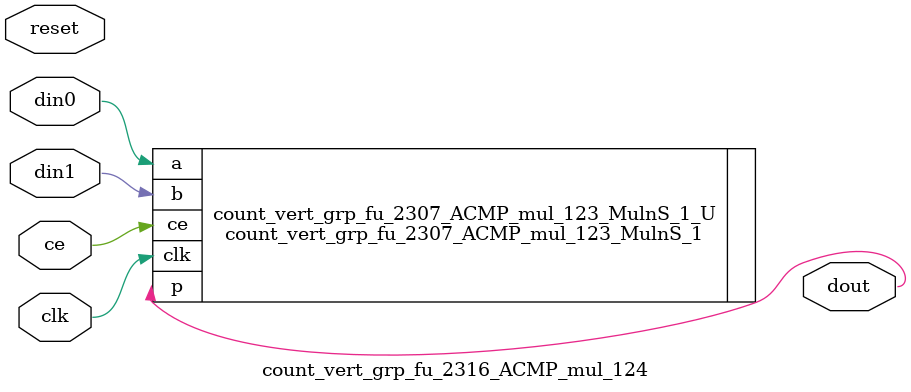
<source format=v>

`timescale 1 ns / 1 ps
module count_vert_grp_fu_2316_ACMP_mul_124(
    clk,
    reset,
    ce,
    din0,
    din1,
    dout);

parameter ID = 32'd1;
parameter NUM_STAGE = 32'd1;
parameter din0_WIDTH = 32'd1;
parameter din1_WIDTH = 32'd1;
parameter dout_WIDTH = 32'd1;
input clk;
input reset;
input ce;
input[din0_WIDTH - 1:0] din0;
input[din1_WIDTH - 1:0] din1;
output[dout_WIDTH - 1:0] dout;



count_vert_grp_fu_2307_ACMP_mul_123_MulnS_1 count_vert_grp_fu_2307_ACMP_mul_123_MulnS_1_U(
    .clk( clk ),
    .ce( ce ),
    .a( din0 ),
    .b( din1 ),
    .p( dout ));

endmodule

</source>
